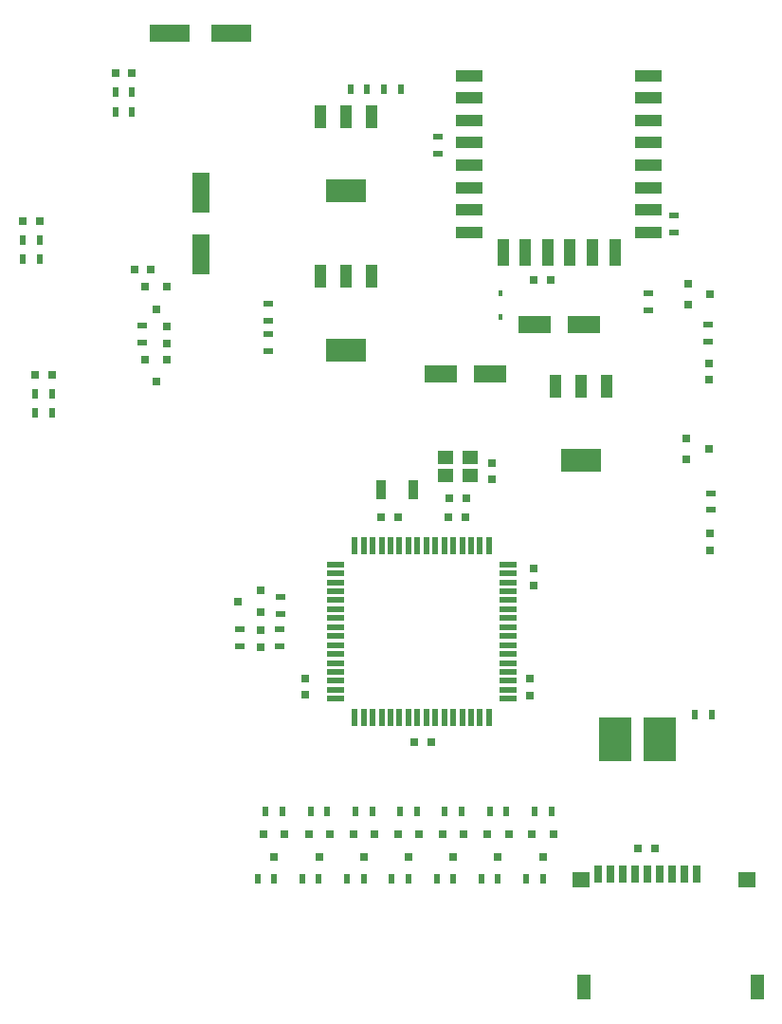
<source format=gtp>
G04 #@! TF.FileFunction,Paste,Top*
%FSLAX46Y46*%
G04 Gerber Fmt 4.6, Leading zero omitted, Abs format (unit mm)*
G04 Created by KiCad (PCBNEW 4.0.1-stable) date 23.06.2016 01:41:27*
%MOMM*%
G01*
G04 APERTURE LIST*
%ADD10C,0.100000*%
%ADD11R,0.900000X0.500000*%
%ADD12R,0.500000X0.900000*%
%ADD13R,0.800000X0.750000*%
%ADD14R,0.750000X0.800000*%
%ADD15R,1.400000X1.200000*%
%ADD16R,0.800100X0.800100*%
%ADD17R,3.657600X2.032000*%
%ADD18R,1.016000X2.032000*%
%ADD19R,1.600000X1.400000*%
%ADD20R,0.700000X1.600000*%
%ADD21R,1.200000X2.200000*%
%ADD22R,3.000000X4.000000*%
%ADD23R,1.100000X2.400000*%
%ADD24R,2.400000X1.100000*%
%ADD25R,0.900000X1.700000*%
%ADD26R,1.500000X0.550000*%
%ADD27R,0.550000X1.500000*%
%ADD28R,0.450000X0.590000*%
%ADD29R,2.999740X1.600200*%
%ADD30R,1.600200X3.599180*%
%ADD31R,3.599180X1.600200*%
G04 APERTURE END LIST*
D10*
D11*
X166200000Y-68750000D03*
X166200000Y-67250000D03*
X187250000Y-74250000D03*
X187250000Y-75750000D03*
X185000000Y-81200000D03*
X185000000Y-82700000D03*
D12*
X158350000Y-63000000D03*
X159850000Y-63000000D03*
X161350000Y-63000000D03*
X162850000Y-63000000D03*
X130229776Y-91844556D03*
X131729776Y-91844556D03*
X131729776Y-90144556D03*
X130229776Y-90144556D03*
X129129776Y-78144556D03*
X130629776Y-78144556D03*
X130629776Y-76444556D03*
X129129776Y-76444556D03*
X189150000Y-118800000D03*
X190650000Y-118800000D03*
X137364888Y-64972278D03*
X138864888Y-64972278D03*
X138864888Y-63272278D03*
X137364888Y-63272278D03*
D11*
X190600000Y-100510000D03*
X190600000Y-99010000D03*
X190300000Y-85510000D03*
X190300000Y-84010000D03*
D12*
X168304519Y-127442121D03*
X166804519Y-127442121D03*
X164304519Y-127442121D03*
X162804519Y-127442121D03*
X160304519Y-127442121D03*
X158804519Y-127442121D03*
X156304519Y-127442121D03*
X154804519Y-127442121D03*
X152304519Y-127442121D03*
X150804519Y-127442121D03*
X172304519Y-127442121D03*
X170804519Y-127442121D03*
X176304519Y-127442121D03*
X174804519Y-127442121D03*
X166054519Y-133442121D03*
X167554519Y-133442121D03*
X162054519Y-133442121D03*
X163554519Y-133442121D03*
X158054519Y-133442121D03*
X159554519Y-133442121D03*
X154054519Y-133442121D03*
X155554519Y-133442121D03*
X150054519Y-133442121D03*
X151554519Y-133442121D03*
X170054519Y-133442121D03*
X171554519Y-133442121D03*
X174054519Y-133442121D03*
X175554519Y-133442121D03*
D11*
X152150824Y-108274652D03*
X152150824Y-109774652D03*
X152073102Y-111174652D03*
X152073102Y-112674652D03*
X148450824Y-112674652D03*
X148450824Y-111174652D03*
X139800000Y-84050000D03*
X139800000Y-85550000D03*
X151000000Y-83650000D03*
X151000000Y-82150000D03*
X151000000Y-84850000D03*
X151000000Y-86350000D03*
D13*
X176250000Y-80000000D03*
X174750000Y-80000000D03*
D14*
X154343887Y-117016741D03*
X154343887Y-115516741D03*
D13*
X131729776Y-88444556D03*
X130229776Y-88444556D03*
X167093887Y-101166741D03*
X168593887Y-101166741D03*
D14*
X174700000Y-105750000D03*
X174700000Y-107250000D03*
X174400000Y-115550000D03*
X174400000Y-117050000D03*
X171043887Y-96316741D03*
X171043887Y-97816741D03*
D13*
X130629776Y-74744556D03*
X129129776Y-74744556D03*
X165593887Y-121266741D03*
X164093887Y-121266741D03*
X167193887Y-99466741D03*
X168693887Y-99466741D03*
X161093887Y-101166741D03*
X162593887Y-101166741D03*
X138864888Y-61572278D03*
X137364888Y-61572278D03*
D14*
X190500000Y-104110000D03*
X190500000Y-102610000D03*
X190400000Y-88910000D03*
X190400000Y-87410000D03*
X142000000Y-84150000D03*
X142000000Y-85650000D03*
X150350824Y-112724652D03*
X150350824Y-111224652D03*
D13*
X140550000Y-79100000D03*
X139050000Y-79100000D03*
D15*
X166843887Y-97466741D03*
X169043887Y-97466741D03*
X166843887Y-95866741D03*
X169043887Y-95866741D03*
D16*
X150350824Y-109624652D03*
X150350824Y-107724652D03*
X148351844Y-108674652D03*
D17*
X179000000Y-96052000D03*
D18*
X179000000Y-89448000D03*
X176714000Y-89448000D03*
X181286000Y-89448000D03*
D17*
X158000000Y-86302000D03*
D18*
X158000000Y-79698000D03*
X155714000Y-79698000D03*
X160286000Y-79698000D03*
D17*
X158000000Y-72000000D03*
D18*
X158000000Y-65396000D03*
X155714000Y-65396000D03*
X160286000Y-65396000D03*
D16*
X176504519Y-129441361D03*
X174604519Y-129441361D03*
X175554519Y-131440341D03*
X172504519Y-129441361D03*
X170604519Y-129441361D03*
X171554519Y-131440341D03*
X152504519Y-129441361D03*
X150604519Y-129441361D03*
X151554519Y-131440341D03*
X156554519Y-129442121D03*
X154654519Y-129442121D03*
X155604519Y-131441101D03*
X160504519Y-129441361D03*
X158604519Y-129441361D03*
X159554519Y-131440341D03*
X164504519Y-129441361D03*
X162604519Y-129441361D03*
X163554519Y-131440341D03*
X168504519Y-129441361D03*
X166604519Y-129441361D03*
X167554519Y-131440341D03*
X188499240Y-80310000D03*
X188499240Y-82210000D03*
X190498220Y-81260000D03*
X188399240Y-94110000D03*
X188399240Y-96010000D03*
X190398220Y-95060000D03*
D19*
X179000000Y-133500000D03*
D20*
X189300000Y-133000000D03*
X187100000Y-133000000D03*
X186000000Y-133000000D03*
X184900000Y-133000000D03*
X183800000Y-133000000D03*
X182700000Y-133000000D03*
X181600000Y-133000000D03*
D19*
X193800000Y-133500000D03*
D20*
X188200000Y-133000000D03*
X180500000Y-133000000D03*
D21*
X194700000Y-143100000D03*
X179200000Y-143100000D03*
D22*
X182000000Y-121000000D03*
X186000000Y-121000000D03*
D23*
X171990000Y-77512278D03*
X173990000Y-77512278D03*
X175990000Y-77512278D03*
X177990000Y-77512278D03*
X179990000Y-77512278D03*
X181990000Y-77512278D03*
D24*
X169000000Y-61762278D03*
X169000000Y-63762278D03*
X169000000Y-65762278D03*
X169000000Y-67762278D03*
X169000000Y-69762278D03*
X169000000Y-71762278D03*
X169000000Y-73762278D03*
X169000000Y-75762278D03*
X185000000Y-75762278D03*
X185000000Y-73762278D03*
X185000000Y-71762278D03*
X185000000Y-69762278D03*
X185000000Y-67762278D03*
X185000000Y-65762278D03*
X185000000Y-63762278D03*
X185000000Y-61762278D03*
D25*
X163993887Y-98666741D03*
X161093887Y-98666741D03*
D26*
X157043887Y-105366741D03*
X157043887Y-106166741D03*
X157043887Y-106966741D03*
X157043887Y-107766741D03*
X157043887Y-108566741D03*
X157043887Y-109366741D03*
X157043887Y-110166741D03*
X157043887Y-110966741D03*
X157043887Y-111766741D03*
X157043887Y-112566741D03*
X157043887Y-113366741D03*
X157043887Y-114166741D03*
X157043887Y-114966741D03*
X157043887Y-115766741D03*
X157043887Y-116566741D03*
X157043887Y-117366741D03*
D27*
X158743887Y-119066741D03*
X159543887Y-119066741D03*
X160343887Y-119066741D03*
X161143887Y-119066741D03*
X161943887Y-119066741D03*
X162743887Y-119066741D03*
X163543887Y-119066741D03*
X164343887Y-119066741D03*
X165143887Y-119066741D03*
X165943887Y-119066741D03*
X166743887Y-119066741D03*
X167543887Y-119066741D03*
X168343887Y-119066741D03*
X169143887Y-119066741D03*
X169943887Y-119066741D03*
X170743887Y-119066741D03*
D26*
X172443887Y-117366741D03*
X172443887Y-116566741D03*
X172443887Y-115766741D03*
X172443887Y-114966741D03*
X172443887Y-114166741D03*
X172443887Y-113366741D03*
X172443887Y-112566741D03*
X172443887Y-111766741D03*
X172443887Y-110966741D03*
X172443887Y-110166741D03*
X172443887Y-109366741D03*
X172443887Y-108566741D03*
X172443887Y-107766741D03*
X172443887Y-106966741D03*
X172443887Y-106166741D03*
X172443887Y-105366741D03*
D27*
X170743887Y-103666741D03*
X169943887Y-103666741D03*
X169143887Y-103666741D03*
X168343887Y-103666741D03*
X167543887Y-103666741D03*
X166743887Y-103666741D03*
X165943887Y-103666741D03*
X165143887Y-103666741D03*
X164343887Y-103666741D03*
X163543887Y-103666741D03*
X162743887Y-103666741D03*
X161943887Y-103666741D03*
X161143887Y-103666741D03*
X160343887Y-103666741D03*
X159543887Y-103666741D03*
X158743887Y-103666741D03*
D16*
X141950000Y-80600000D03*
X140050000Y-80600000D03*
X141000000Y-82598980D03*
X141944888Y-87071518D03*
X140044888Y-87071518D03*
X140994888Y-89070498D03*
D28*
X171750000Y-83305000D03*
X171750000Y-81195000D03*
D29*
X174800360Y-84000000D03*
X179199640Y-84000000D03*
X170799640Y-88400000D03*
X166400360Y-88400000D03*
D30*
X145000000Y-72249180D03*
X145000000Y-77750820D03*
D31*
X147750820Y-58000000D03*
X142249180Y-58000000D03*
D13*
X184050000Y-130700000D03*
X185550000Y-130700000D03*
M02*

</source>
